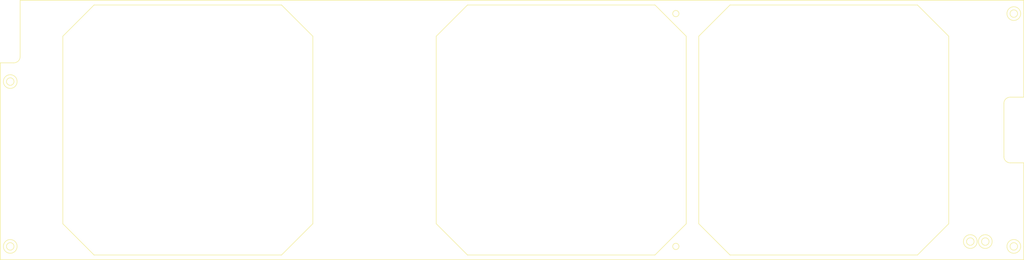
<source format=kicad_pcb>
(kicad_pcb (version 20171130) (host pcbnew 5.0.1)

  (general
    (thickness 1.6)
    (drawings 51)
    (tracks 0)
    (zones 0)
    (modules 0)
    (nets 1)
  )

  (page A3)
  (layers
    (0 F.Cu signal)
    (31 B.Cu signal)
    (32 B.Adhes user)
    (33 F.Adhes user)
    (34 B.Paste user)
    (35 F.Paste user)
    (36 B.SilkS user)
    (37 F.SilkS user)
    (38 B.Mask user)
    (39 F.Mask user)
    (40 Dwgs.User user)
    (41 Cmts.User user)
    (42 Eco1.User user)
    (43 Eco2.User user)
    (44 Edge.Cuts user)
    (45 Margin user)
    (46 B.CrtYd user)
    (47 F.CrtYd user)
    (48 B.Fab user)
    (49 F.Fab user)
  )

  (setup
    (last_trace_width 0.25)
    (trace_clearance 0.2)
    (zone_clearance 0.508)
    (zone_45_only no)
    (trace_min 0.2)
    (segment_width 0.2)
    (edge_width 0.15)
    (via_size 0.8)
    (via_drill 0.4)
    (via_min_size 0.4)
    (via_min_drill 0.3)
    (uvia_size 0.3)
    (uvia_drill 0.1)
    (uvias_allowed no)
    (uvia_min_size 0.2)
    (uvia_min_drill 0.1)
    (pcb_text_width 0.3)
    (pcb_text_size 1.5 1.5)
    (mod_edge_width 0.15)
    (mod_text_size 1 1)
    (mod_text_width 0.15)
    (pad_size 1.524 1.524)
    (pad_drill 0.762)
    (pad_to_mask_clearance 0.051)
    (solder_mask_min_width 0.25)
    (aux_axis_origin 0 0)
    (visible_elements FFFFFF7F)
    (pcbplotparams
      (layerselection 0x010fc_ffffffff)
      (usegerberextensions false)
      (usegerberattributes false)
      (usegerberadvancedattributes false)
      (creategerberjobfile false)
      (excludeedgelayer true)
      (linewidth 0.100000)
      (plotframeref false)
      (viasonmask false)
      (mode 1)
      (useauxorigin false)
      (hpglpennumber 1)
      (hpglpenspeed 20)
      (hpglpendiameter 15.000000)
      (psnegative false)
      (psa4output false)
      (plotreference true)
      (plotvalue true)
      (plotinvisibletext false)
      (padsonsilk false)
      (subtractmaskfromsilk false)
      (outputformat 1)
      (mirror false)
      (drillshape 1)
      (scaleselection 1)
      (outputdirectory ""))
  )

  (net 0 "")

  (net_class Default "This is the default net class."
    (clearance 0.2)
    (trace_width 0.25)
    (via_dia 0.8)
    (via_drill 0.4)
    (uvia_dia 0.3)
    (uvia_drill 0.1)
  )

  (gr_circle (center 348.788468 174.042) (end 348.788468 172.842) (layer F.SilkS) (width 0.2))
  (gr_circle (center 254.562 101.092) (end 254.562 100.092) (layer F.SilkS) (width 0.2) (tstamp 5C351546))
  (gr_circle (center 41.562 122.842) (end 41.562 120.642) (layer F.SilkS) (width 0.2))
  (gr_circle (center 41.562 122.842) (end 41.562 121.642) (layer F.SilkS) (width 0.2))
  (gr_circle (center 362.712 175.592) (end 362.712 174.392) (layer F.SilkS) (width 0.2))
  (gr_circle (center 362.712 101.092) (end 362.712 99.892) (layer F.SilkS) (width 0.2) (tstamp 5C351549))
  (gr_circle (center 41.562 175.592) (end 41.562 174.392) (layer F.SilkS) (width 0.2))
  (gr_circle (center 254.562 175.592) (end 254.562 174.592) (layer F.SilkS) (width 0.2))
  (gr_circle (center 362.712 175.592) (end 362.712 173.392) (layer F.SilkS) (width 0.2))
  (gr_circle (center 353.587 174.042) (end 353.587 171.842) (layer F.SilkS) (width 0.2))
  (gr_line (start 341.887 108.342) (end 331.887 98.342) (layer F.SilkS) (width 0.2) (tstamp 5C35154C))
  (gr_line (start 271.887 98.342) (end 261.887 108.342) (layer F.SilkS) (width 0.2) (tstamp 5C35154F))
  (gr_line (start 261.887 168.342) (end 271.887 178.342) (layer F.SilkS) (width 0.2))
  (gr_line (start 247.887 98.342) (end 187.887 98.342) (layer F.SilkS) (width 0.2))
  (gr_line (start 187.887 178.342) (end 247.887 178.342) (layer F.SilkS) (width 0.2))
  (gr_line (start 247.887 178.342) (end 257.887 168.342) (layer F.SilkS) (width 0.2))
  (gr_line (start 257.887 168.342) (end 257.887 108.342) (layer F.SilkS) (width 0.2))
  (gr_line (start 257.887 108.342) (end 247.887 98.342) (layer F.SilkS) (width 0.2) (tstamp 5C351552))
  (gr_line (start 187.887 98.342) (end 177.887 108.342) (layer F.SilkS) (width 0.2))
  (gr_line (start 177.887 108.342) (end 177.887 168.342) (layer F.SilkS) (width 0.2))
  (gr_line (start 177.887 168.342) (end 187.887 178.342) (layer F.SilkS) (width 0.2))
  (gr_line (start 68.387 178.342) (end 128.387 178.342) (layer F.SilkS) (width 0.2))
  (gr_line (start 128.387 178.342) (end 138.387 168.342) (layer F.SilkS) (width 0.2))
  (gr_line (start 138.387 168.342) (end 138.387 108.342) (layer F.SilkS) (width 0.2))
  (gr_line (start 138.387 108.342) (end 128.387 98.342) (layer F.SilkS) (width 0.2))
  (gr_line (start 128.387 98.342) (end 68.387 98.342) (layer F.SilkS) (width 0.2))
  (gr_line (start 68.387 98.342) (end 58.387 108.342) (layer F.SilkS) (width 0.2))
  (gr_line (start 58.387 108.342) (end 58.387 168.342) (layer F.SilkS) (width 0.2))
  (gr_arc (start 361.537 146.842009) (end 359.537 146.842009) (angle -90) (layer F.SilkS) (width 0.2))
  (gr_arc (start 361.537 129.842) (end 361.537 127.842) (angle -90) (layer F.SilkS) (width 0.2) (tstamp 5C351555))
  (gr_arc (start 42.737 114.842) (end 42.737 116.842) (angle -90) (layer F.SilkS) (width 0.2))
  (gr_line (start 331.887 98.342) (end 271.887 98.342) (layer F.SilkS) (width 0.2) (tstamp 5C351558))
  (gr_line (start 331.887 178.342) (end 341.887 168.342) (layer F.SilkS) (width 0.2))
  (gr_line (start 261.887 108.342) (end 261.887 168.342) (layer F.SilkS) (width 0.2))
  (gr_line (start 271.887 178.342) (end 331.887 178.342) (layer F.SilkS) (width 0.2))
  (gr_line (start 341.887 168.342) (end 341.887 108.342) (layer F.SilkS) (width 0.2))
  (gr_circle (center 41.562 175.592) (end 41.562 173.392) (layer F.SilkS) (width 0.2))
  (gr_circle (center 348.788468 174.042) (end 348.788468 171.842) (layer F.SilkS) (width 0.2))
  (gr_line (start 58.387 168.342) (end 68.387 178.342) (layer F.SilkS) (width 0.2))
  (gr_line (start 365.887 148.842009) (end 365.887 179.842) (layer F.SilkS) (width 0.2))
  (gr_line (start 365.887 148.842009) (end 361.537 148.842009) (layer F.SilkS) (width 0.2))
  (gr_line (start 359.537 146.842009) (end 359.537 129.842) (layer F.SilkS) (width 0.2) (tstamp 5C35155B))
  (gr_line (start 365.887 127.842) (end 361.537 127.842) (layer F.SilkS) (width 0.2) (tstamp 5C35155E))
  (gr_line (start 365.887 96.842) (end 365.887 127.842) (layer F.SilkS) (width 0.2) (tstamp 5C351561))
  (gr_line (start 44.737 96.842) (end 365.887 96.842) (layer F.SilkS) (width 0.2))
  (gr_line (start 44.737 114.842) (end 44.737 96.842) (layer F.SilkS) (width 0.2))
  (gr_line (start 38.387 116.842) (end 42.737 116.842) (layer F.SilkS) (width 0.2))
  (gr_line (start 38.387 179.842) (end 38.387 116.842) (layer F.SilkS) (width 0.2))
  (gr_line (start 365.887 179.842) (end 38.387 179.842) (layer F.SilkS) (width 0.2))
  (gr_circle (center 353.587 174.042) (end 353.587 172.842) (layer F.SilkS) (width 0.2))
  (gr_circle (center 362.712 101.092) (end 362.712 98.892) (layer F.SilkS) (width 0.2) (tstamp 5C351564))

)

</source>
